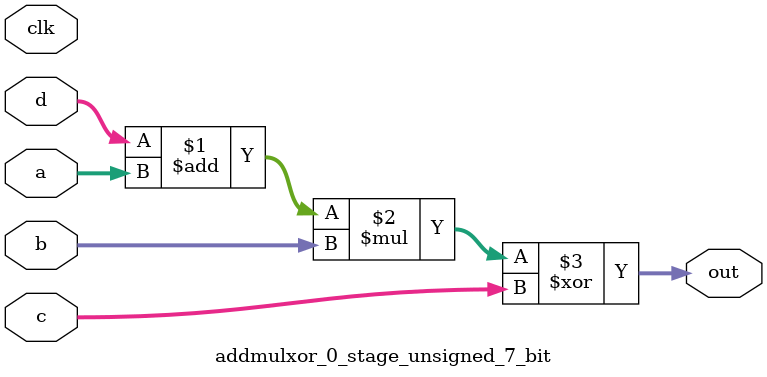
<source format=sv>
(* use_dsp = "yes" *) module addmulxor_0_stage_unsigned_7_bit(
	input  [6:0] a,
	input  [6:0] b,
	input  [6:0] c,
	input  [6:0] d,
	output [6:0] out,
	input clk);

	assign out = ((d + a) * b) ^ c;
endmodule

</source>
